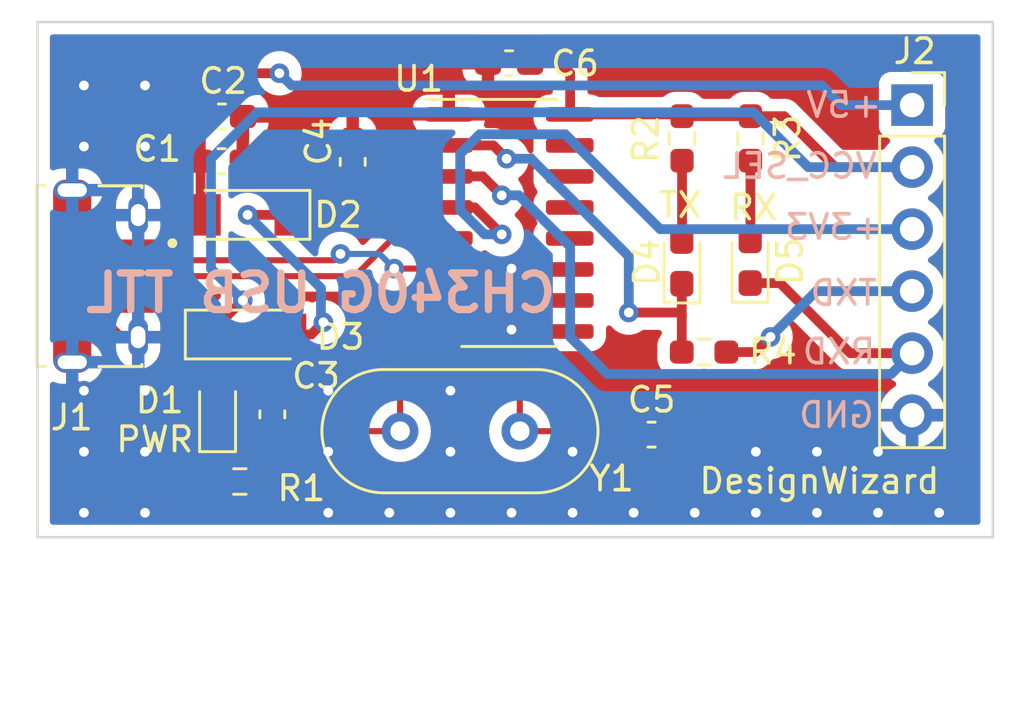
<source format=kicad_pcb>
(kicad_pcb (version 20211014) (generator pcbnew)
  (layers (0 "F.Cu" signal) (31 "B.Cu" signal) (34 "B.Paste" user) (35 "F.Paste" user) (36 "B.SilkS" user "B.Silkscreen") (37 "F.SilkS" user "F.Silkscreen") (38 "B.Mask" user) (39 "F.Mask" user) (44 "Edge.Cuts" user))
  (net 0 "")
  (net 1 "+5V")
  (net 2 "GND")
  (net 3 "Net-(C3-Pad1)")
  (net 4 "+3V3")
  (net 5 "Net-(C5-Pad1)")
  (net 6 "Net-(C6-Pad1)")
  (net 7 "Net-(D1-Pad1)")
  (net 8 "Net-(D2-Pad1)")
  (net 9 "Net-(D4-Pad1)")
  (net 10 "Net-(D4-Pad2)")
  (net 11 "Net-(D5-Pad1)")
  (net 12 "Net-(D5-Pad2)")
  (net 13 "Net-(J1-Pad2)")
  (net 14 "Net-(J1-Pad3)")
  (net 16 "Net-(J2-Pad4)")
  (footprint "LED_SMD:LED_0603_1608Metric_Pad1.05x0.95mm_HandSolder" (layer "F.Cu") (at 144.77 89.72 90)
    (fp_text reference "D5" (at 0.02 1.63 90) (layer "F.SilkS"))
    (fp_text value "GREN")
    (fp_line (start -1.66 0.735) (end 0.8 0.735) (layer "F.SilkS") (width 0.12))
    (fp_line (start 0.8 -0.735) (end -1.66 -0.735) (layer "F.SilkS") (width 0.12))
    (fp_line (start -1.66 -0.735) (end -1.66 0.735) (layer "F.SilkS") (width 0.12))
    (pad "1" smd roundrect (at -0.875 0 90) (size 1.05 0.95) (layers "F.Cu" "F.Paste" "F.Mask") (net 11 "Net-(D5-Pad1)"))
    (pad "2" smd roundrect (at 0.875 0 90) (size 1.05 0.95) (layers "F.Cu" "F.Paste" "F.Mask") (net 12 "Net-(D5-Pad2)"))
  )
  (footprint "Capacitor_SMD:C_0603_1608Metric_Pad1.08x0.95mm_HandSolder" (layer "F.Cu") (at 140.7325 96.8)
    (fp_text reference "C5" (at 0 -1.43) (layer "F.SilkS"))
    (fp_text value "22p")
    (fp_line (start -0.146267 -0.51) (end 0.146267 -0.51) (layer "F.SilkS") (width 0.12))
    (fp_line (start -0.146267 0.51) (end 0.146267 0.51) (layer "F.SilkS") (width 0.12))
    (pad "1" smd roundrect (at -0.8625 0) (size 1.075 0.95) (layers "F.Cu" "F.Paste" "F.Mask") (net 5 "Net-(C5-Pad1)"))
    (pad "2" smd roundrect (at 0.8625 0) (size 1.075 0.95) (layers "F.Cu" "F.Paste" "F.Mask") (net 2 "GND"))
  )
  (footprint "Resistor_SMD:R_0603_1608Metric_Pad0.98x0.95mm_HandSolder" (layer "F.Cu") (at 144.78 84.67 -90)
    (fp_text reference "R3" (at 0 -1.52 90) (layer "F.SilkS"))
    (fp_text value "1.5k")
    (fp_line (start -0.254724 0.5225) (end 0.254724 0.5225) (layer "F.SilkS") (width 0.12))
    (fp_line (start -0.254724 -0.5225) (end 0.254724 -0.5225) (layer "F.SilkS") (width 0.12))
    (pad "1" smd roundrect (at -0.9125 0 270) (size 0.975 0.95) (layers "F.Cu" "F.Paste" "F.Mask") (net 6 "Net-(C6-Pad1)"))
    (pad "2" smd roundrect (at 0.9125 0 270) (size 0.975 0.95) (layers "F.Cu" "F.Paste" "F.Mask") (net 12 "Net-(D5-Pad2)"))
  )
  (footprint "Capacitor_SMD:C_0603_1608Metric_Pad1.08x0.95mm_HandSolder" (layer "F.Cu") (at 134.9 81.59 180)
    (fp_text reference "C6" (at -2.7 -0.01) (layer "F.SilkS"))
    (fp_text value "100n")
    (fp_line (start -0.146267 -0.51) (end 0.146267 -0.51) (layer "F.SilkS") (width 0.12))
    (fp_line (start -0.146267 0.51) (end 0.146267 0.51) (layer "F.SilkS") (width 0.12))
    (pad "1" smd roundrect (at -0.8625 0 180) (size 1.075 0.95) (layers "F.Cu" "F.Paste" "F.Mask") (net 6 "Net-(C6-Pad1)"))
    (pad "2" smd roundrect (at 0.8625 0 180) (size 1.075 0.95) (layers "F.Cu" "F.Paste" "F.Mask") (net 2 "GND"))
  )
  (footprint "Crystal:Crystal_HC18-U_Vertical" (layer "F.Cu") (at 130.44 96.66)
    (fp_text reference "Y1" (at 8.66 1.94) (layer "F.SilkS"))
    (fp_text value "12MHz")
    (fp_line (start -0.675 -2.525) (end 5.575 -2.525) (layer "F.SilkS") (width 0.12))
    (fp_line (start -0.675 2.525) (end 5.575 2.525) (layer "F.SilkS") (width 0.12))
    (fp_arc (start -0.675 2.525) (mid -3.2 0) (end -0.675 -2.525) (layer "F.SilkS") (width 0.12))
    (fp_arc (start 5.575 -2.525) (mid 8.1 0) (end 5.575 2.525) (layer "F.SilkS") (width 0.12))
    (pad "1" thru_hole circle (at 0 0) (size 1.5 1.5) (drill 0.8) (layers *.Cu *.Mask) (net 3 "Net-(C3-Pad1)"))
    (pad "2" thru_hole circle (at 4.9 0) (size 1.5 1.5) (drill 0.8) (layers *.Cu *.Mask) (net 5 "Net-(C5-Pad1)"))
  )
  (footprint "Capacitor_SMD:C_0603_1608Metric_Pad1.08x0.95mm_HandSolder" (layer "F.Cu") (at 128.5 85.63 90)
    (fp_text reference "C4" (at 0.83 -1.4 90) (layer "F.SilkS"))
    (fp_text value "100n")
    (fp_line (start -0.146267 -0.51) (end 0.146267 -0.51) (layer "F.SilkS") (width 0.12))
    (fp_line (start -0.146267 0.51) (end 0.146267 0.51) (layer "F.SilkS") (width 0.12))
    (pad "1" smd roundrect (at -0.8625 0 90) (size 1.075 0.95) (layers "F.Cu" "F.Paste" "F.Mask") (net 4 "+3V3"))
    (pad "2" smd roundrect (at 0.8625 0 90) (size 1.075 0.95) (layers "F.Cu" "F.Paste" "F.Mask") (net 2 "GND"))
  )
  (footprint "Connector_PinSocket_2.54mm:PinSocket_1x06_P2.54mm_Vertical" (layer "F.Cu") (at 151.395 83.305)
    (fp_text reference "J2" (at 0.105 -2.205) (layer "F.SilkS"))
    (fp_text value "TTL OUT")
    (fp_line (start 0 -1.33) (end 1.33 -1.33) (layer "F.SilkS") (width 0.12))
    (fp_line (start 1.33 -1.33) (end 1.33 0) (layer "F.SilkS") (width 0.12))
    (fp_line (start -1.33 14.03) (end 1.33 14.03) (layer "F.SilkS") (width 0.12))
    (fp_line (start -1.33 1.27) (end -1.33 14.03) (layer "F.SilkS") (width 0.12))
    (fp_line (start -1.33 1.27) (end 1.33 1.27) (layer "F.SilkS") (width 0.12))
    (fp_line (start 1.33 1.27) (end 1.33 14.03) (layer "F.SilkS") (width 0.12))
    (pad "1" thru_hole rect (at 0 0) (size 1.7 1.7) (drill 1) (layers *.Cu *.Mask) (net 1 "+5V"))
    (pad "2" thru_hole oval (at 0 2.54) (size 1.7 1.7) (drill 1) (layers *.Cu *.Mask) (net 6 "Net-(C6-Pad1)"))
    (pad "3" thru_hole oval (at 0 5.08) (size 1.7 1.7) (drill 1) (layers *.Cu *.Mask) (net 4 "+3V3"))
    (pad "4" thru_hole oval (at 0 7.62) (size 1.7 1.7) (drill 1) (layers *.Cu *.Mask) (net 16 "Net-(J2-Pad4)"))
    (pad "5" thru_hole oval (at 0 10.16) (size 1.7 1.7) (drill 1) (layers *.Cu *.Mask) (net 11 "Net-(D5-Pad1)"))
    (pad "6" thru_hole oval (at 0 12.7) (size 1.7 1.7) (drill 1) (layers *.Cu *.Mask) (net 2 "GND"))
  )
  (footprint "Package_SO:SOIC-16_3.9x9.9mm_P1.27mm" (layer "F.Cu") (at 134.91 88.13)
    (fp_text reference "U1" (at -3.71 -5.9) (layer "F.SilkS"))
    (fp_text value "CH340G")
    (fp_line (start 0 -5.06) (end 1.95 -5.06) (layer "F.SilkS") (width 0.12))
    (fp_line (start 0 5.06) (end 1.95 5.06) (layer "F.SilkS") (width 0.12))
    (fp_line (start 0 -5.06) (end -3.45 -5.06) (layer "F.SilkS") (width 0.12))
    (fp_line (start 0 5.06) (end -1.95 5.06) (layer "F.SilkS") (width 0.12))
    (pad "1" smd roundrect (at -2.475 -4.445) (size 1.95 0.6) (layers "F.Cu" "F.Paste" "F.Mask") (net 2 "GND"))
    (pad "2" smd roundrect (at -2.475 -3.175) (size 1.95 0.6) (layers "F.Cu" "F.Paste" "F.Mask") (net 9 "Net-(D4-Pad1)"))
    (pad "3" smd roundrect (at -2.475 -1.905) (size 1.95 0.6) (layers "F.Cu" "F.Paste" "F.Mask") (net 11 "Net-(D5-Pad1)"))
    (pad "4" smd roundrect (at -2.475 -0.635) (size 1.95 0.6) (layers "F.Cu" "F.Paste" "F.Mask") (net 4 "+3V3"))
    (pad "5" smd roundrect (at -2.475 0.635) (size 1.95 0.6) (layers "F.Cu" "F.Paste" "F.Mask") (net 14 "Net-(J1-Pad3)"))
    (pad "6" smd roundrect (at -2.475 1.905) (size 1.95 0.6) (layers "F.Cu" "F.Paste" "F.Mask") (net 13 "Net-(J1-Pad2)"))
    (pad "7" smd roundrect (at -2.475 3.175) (size 1.95 0.6) (layers "F.Cu" "F.Paste" "F.Mask") (net 3 "Net-(C3-Pad1)"))
    (pad "8" smd roundrect (at -2.475 4.445) (size 1.95 0.6) (layers "F.Cu" "F.Paste" "F.Mask") (net 5 "Net-(C5-Pad1)"))
    (pad "9" smd roundrect (at 2.475 4.445) (size 1.95 0.6) (layers "F.Cu" "F.Paste" "F.Mask"))
    (pad "10" smd roundrect (at 2.475 3.175) (size 1.95 0.6) (layers "F.Cu" "F.Paste" "F.Mask"))
    (pad "11" smd roundrect (at 2.475 1.905) (size 1.95 0.6) (layers "F.Cu" "F.Paste" "F.Mask"))
    (pad "12" smd roundrect (at 2.475 0.635) (size 1.95 0.6) (layers "F.Cu" "F.Paste" "F.Mask"))
    (pad "13" smd roundrect (at 2.475 -0.635) (size 1.95 0.6) (layers "F.Cu" "F.Paste" "F.Mask"))
    (pad "14" smd roundrect (at 2.475 -1.905) (size 1.95 0.6) (layers "F.Cu" "F.Paste" "F.Mask"))
    (pad "15" smd roundrect (at 2.475 -3.175) (size 1.95 0.6) (layers "F.Cu" "F.Paste" "F.Mask"))
    (pad "16" smd roundrect (at 2.475 -4.445) (size 1.95 0.6) (layers "F.Cu" "F.Paste" "F.Mask") (net 6 "Net-(C6-Pad1)"))
  )
  (footprint "Resistor_SMD:R_0603_1608Metric_Pad0.98x0.95mm_HandSolder" (layer "F.Cu") (at 141.98 84.67 -90)
    (fp_text reference "R2" (at 0.03 1.48 90) (layer "F.SilkS"))
    (fp_text value "1.5k")
    (fp_line (start -0.254724 -0.5225) (end 0.254724 -0.5225) (layer "F.SilkS") (width 0.12))
    (fp_line (start -0.254724 0.5225) (end 0.254724 0.5225) (layer "F.SilkS") (width 0.12))
    (pad "1" smd roundrect (at -0.9125 0 270) (size 0.975 0.95) (layers "F.Cu" "F.Paste" "F.Mask") (net 6 "Net-(C6-Pad1)"))
    (pad "2" smd roundrect (at 0.9125 0 270) (size 0.975 0.95) (layers "F.Cu" "F.Paste" "F.Mask") (net 10 "Net-(D4-Pad2)"))
  )
  (footprint "Diode_SMD:D_MiniMELF" (layer "F.Cu") (at 124.2 92.7)
    (fp_text reference "D3" (at 3.8 0.1) (layer "F.SilkS"))
    (fp_text value "LL4148")
    (fp_line (start -2.55 -1) (end -2.55 1) (layer "F.SilkS") (width 0.12))
    (fp_line (start 1.75 -1) (end -2.55 -1) (layer "F.SilkS") (width 0.12))
    (fp_line (start -2.55 1) (end 1.75 1) (layer "F.SilkS") (width 0.12))
    (pad "1" smd rect (at -1.75 0) (size 1.3 1.7) (layers "F.Cu" "F.Paste" "F.Mask") (net 6 "Net-(C6-Pad1)"))
    (pad "2" smd rect (at 1.75 0) (size 1.3 1.7) (layers "F.Cu" "F.Paste" "F.Mask") (net 8 "Net-(D2-Pad1)"))
  )
  (footprint "Diode_SMD:D_MiniMELF" (layer "F.Cu") (at 124.2 87.8 180)
    (fp_text reference "D2" (at -3.7 0) (layer "F.SilkS"))
    (fp_text value "LL4148")
    (fp_line (start -2.55 -1) (end -2.55 1) (layer "F.SilkS") (width 0.12))
    (fp_line (start -2.55 1) (end 1.75 1) (layer "F.SilkS") (width 0.12))
    (fp_line (start 1.75 -1) (end -2.55 -1) (layer "F.SilkS") (width 0.12))
    (pad "1" smd rect (at -1.75 0 180) (size 1.3 1.7) (layers "F.Cu" "F.Paste" "F.Mask") (net 8 "Net-(D2-Pad1)"))
    (pad "2" smd rect (at 1.75 0 180) (size 1.3 1.7) (layers "F.Cu" "F.Paste" "F.Mask") (net 1 "+5V"))
  )
  (footprint "10118194-0001LF:AMPHENOL_10118194-0001LF" (layer "F.Cu") (at 117.02 90.31 -90)
    (fp_text reference "J1" (at 5.79 0.02 180) (layer "F.SilkS"))
    (fp_text value "10118194-0001LF")
    (fp_poly (pts (xy 2.3 -0.775) (xy 2.3 0.775) (xy 3.445 0.775) (xy 3.471 0.774) (xy 3.497 0.772) (xy 3.523 0.769) (xy 3.549 0.764) (xy 3.574 0.758) (xy 3.6 0.751) (xy 3.624 0.742) (xy 3.648 0.732) (xy 3.672 0.721) (xy 3.695 0.708) (xy 3.717 0.694) (xy 3.739 0.68) (xy 3.76 0.664) (xy 3.78 0.647) (xy 3.799 0.629) (xy 3.817 0.61) (xy 3.834 0.59) (xy 3.85 0.569) (xy 3.864 0.547) (xy 3.878 0.525) (xy 3.891 0.502) (xy 3.902 0.478) (xy 3.912 0.454) (xy 3.921 0.43) (xy 3.928 0.404) (xy 3.934 0.379) (xy 3.939 0.353) (xy 3.942 0.327) (xy 3.944 0.301) (xy 3.945 0.275) (xy 3.945 -0.275) (xy 3.944 -0.301) (xy 3.942 -0.327) (xy 3.939 -0.353) (xy 3.934 -0.379) (xy 3.928 -0.404) (xy 3.921 -0.43) (xy 3.912 -0.454) (xy 3.902 -0.478) (xy 3.891 -0.502) (xy 3.878 -0.525) (xy 3.864 -0.547) (xy 3.85 -0.569) (xy 3.834 -0.59) (xy 3.817 -0.61) (xy 3.799 -0.629) (xy 3.78 -0.647) (xy 3.76 -0.664) (xy 3.739 -0.68) (xy 3.717 -0.694) (xy 3.695 -0.708) (xy 3.672 -0.721) (xy 3.648 -0.732) (xy 3.624 -0.742) (xy 3.6 -0.751) (xy 3.574 -0.758) (xy 3.549 -0.764) (xy 3.523 -0.769) (xy 3.497 -0.772) (xy 3.471 -0.774) (xy 3.445 -0.775) (xy 2.3 -0.775)) (layer "F.Cu") (width 0.01) (fill solid))
    (fp_poly (pts (xy -2.3 -0.775) (xy -2.3 0.775) (xy -3.445 0.775) (xy -3.471 0.774) (xy -3.497 0.772) (xy -3.523 0.769) (xy -3.549 0.764) (xy -3.574 0.758) (xy -3.6 0.751) (xy -3.624 0.742) (xy -3.648 0.732) (xy -3.672 0.721) (xy -3.695 0.708) (xy -3.717 0.694) (xy -3.739 0.68) (xy -3.76 0.664) (xy -3.78 0.647) (xy -3.799 0.629) (xy -3.817 0.61) (xy -3.834 0.59) (xy -3.85 0.569) (xy -3.864 0.547) (xy -3.878 0.525) (xy -3.891 0.502) (xy -3.902 0.478) (xy -3.912 0.454) (xy -3.921 0.43) (xy -3.928 0.404) (xy -3.934 0.379) (xy -3.939 0.353) (xy -3.942 0.327) (xy -3.944 0.301) (xy -3.945 0.275) (xy -3.945 -0.275) (xy -3.944 -0.301) (xy -3.942 -0.327) (xy -3.939 -0.353) (xy -3.934 -0.379) (xy -3.928 -0.404) (xy -3.921 -0.43) (xy -3.912 -0.454) (xy -3.902 -0.478) (xy -3.891 -0.502) (xy -3.878 -0.525) (xy -3.864 -0.547) (xy -3.85 -0.569) (xy -3.834 -0.59) (xy -3.817 -0.61) (xy -3.799 -0.629) (xy -3.78 -0.647) (xy -3.76 -0.664) (xy -3.739 -0.68) (xy -3.717 -0.694) (xy -3.695 -0.708) (xy -3.672 -0.721) (xy -3.648 -0.732) (xy -3.624 -0.742) (xy -3.6 -0.751) (xy -3.574 -0.758) (xy -3.549 -0.764) (xy -3.523 -0.769) (xy -3.497 -0.772) (xy -3.471 -0.774) (xy -3.445 -0.775) (xy -2.3 -0.775)) (layer "F.Cu") (width 0.01) (fill solid))
    (fp_line (start -3.7 -2.85) (end -3.7 -1.095) (layer "F.SilkS") (width 0.127))
    (fp_line (start 3.7 -1.095) (end 3.7 -2.85) (layer "F.SilkS") (width 0.127))
    (fp_line (start 3.7 1.45) (end 3.7 1.095) (layer "F.SilkS") (width 0.127))
    (fp_line (start -3.7 1.45) (end -3.7 1.095) (layer "F.SilkS") (width 0.127))
    (fp_line (start -3.7 -2.85) (end -3.62 -2.85) (layer "F.SilkS") (width 0.127))
    (fp_line (start 3.62 -2.85) (end 3.7 -2.85) (layer "F.SilkS") (width 0.127))
    (fp_line (start -3.7 1.45) (end 3.7 1.45) (layer "F.SilkS") (width 0.127))
    (fp_circle (center -1.35 -4.1) (end -1.25 -4.1) (layer "F.SilkS") (width 0.2) (fill none))
    (pad "1" smd rect locked (at -1.3 -2.675 270) (size 0.4 1.35) (layers "F.Cu" "F.Paste" "F.Mask") (net 1 "+5V"))
    (pad "2" smd rect locked (at -0.65 -2.675 270) (size 0.4 1.35) (layers "F.Cu" "F.Paste" "F.Mask") (net 13 "Net-(J1-Pad2)"))
    (pad "3" smd rect locked (at 0 -2.675 270) (size 0.4 1.35) (layers "F.Cu" "F.Paste" "F.Mask") (net 14 "Net-(J1-Pad3)"))
    (pad "4" smd rect locked (at 0.65 -2.675 270) (size 0.4 1.35) (layers "F.Cu" "F.Paste" "F.Mask") (net 2 "GND"))
    (pad "5" smd rect locked (at 1.3 -2.675 270) (size 0.4 1.35) (layers "F.Cu" "F.Paste" "F.Mask"))
    (pad "S1" thru_hole oval locked (at -2.5 -2.7 270) (size 1.6 0.8) (drill oval 0.9 0.6) (layers *.Cu *.Mask) (net 2 "GND"))
    (pad "S2" thru_hole oval locked (at 2.5 -2.7 270) (size 1.6 0.8) (drill oval 0.9 0.6) (layers *.Cu *.Mask) (net 2 "GND"))
    (pad "S3" thru_hole oval locked (at -3.525 0 270) (size 0.75 1.5) (drill oval 0.55 1.2) (layers *.Cu *.Mask) (net 2 "GND"))
    (pad "S4" smd rect locked (at -1 0 270) (size 1.5 1.55) (layers "F.Cu" "F.Paste" "F.Mask") (net 2 "GND"))
    (pad "S5" smd rect locked (at 1 0 270) (size 1.5 1.55) (layers "F.Cu" "F.Paste" "F.Mask") (net 2 "GND"))
    (pad "S6" thru_hole oval locked (at 3.525 0 270) (size 0.75 1.5) (drill oval 0.55 1.2) (layers *.Cu *.Mask) (net 2 "GND"))
  )
  (footprint "Resistor_SMD:R_0603_1608Metric_Pad0.98x0.95mm_HandSolder" (layer "F.Cu") (at 123.88 98.72)
    (fp_text reference "R1" (at 2.52 0.28) (layer "F.SilkS"))
    (fp_text value "1.5k")
    (fp_line (start -0.254724 0.5225) (end 0.254724 0.5225) (layer "F.SilkS") (width 0.12))
    (fp_line (start -0.254724 -0.5225) (end 0.254724 -0.5225) (layer "F.SilkS") (width 0.12))
    (pad "1" smd roundrect (at -0.9125 0) (size 0.975 0.95) (layers "F.Cu" "F.Paste" "F.Mask") (net 7 "Net-(D1-Pad1)"))
    (pad "2" smd roundrect (at 0.9125 0) (size 0.975 0.95) (layers "F.Cu" "F.Paste" "F.Mask") (net 2 "GND"))
  )
  (footprint "Capacitor_SMD:C_0603_1608Metric_Pad1.08x0.95mm_HandSolder" (layer "F.Cu") (at 125.21 95.97 90)
    (fp_text reference "C3" (at 1.57 1.79 180) (layer "F.SilkS"))
    (fp_text value "22p")
    (fp_line (start -0.146267 0.51) (end 0.146267 0.51) (layer "F.SilkS") (width 0.12))
    (fp_line (start -0.146267 -0.51) (end 0.146267 -0.51) (layer "F.SilkS") (width 0.12))
    (pad "1" smd roundrect (at -0.8625 0 90) (size 1.075 0.95) (layers "F.Cu" "F.Paste" "F.Mask") (net 3 "Net-(C3-Pad1)"))
    (pad "2" smd roundrect (at 0.8625 0 90) (size 1.075 0.95) (layers "F.Cu" "F.Paste" "F.Mask") (net 2 "GND"))
  )
  (footprint "Capacitor_SMD:C_0603_1608Metric_Pad1.08x0.95mm_HandSolder" (layer "F.Cu") (at 123.1375 85.6)
    (fp_text reference "C1" (at -2.6375 -0.5) (layer "F.SilkS"))
    (fp_text value "10uF")
    (fp_line (start -0.146267 0.51) (end 0.146267 0.51) (layer "F.SilkS") (width 0.12))
    (fp_line (start -0.146267 -0.51) (end 0.146267 -0.51) (layer "F.SilkS") (width 0.12))
    (pad "1" smd roundrect (at -0.8625 0) (size 1.075 0.95) (layers "F.Cu" "F.Paste" "F.Mask") (net 1 "+5V"))
    (pad "2" smd roundrect (at 0.8625 0) (size 1.075 0.95) (layers "F.Cu" "F.Paste" "F.Mask") (net 2 "GND"))
  )
  (footprint "LED_SMD:LED_0603_1608Metric_Pad1.05x0.95mm_HandSolder" (layer "F.Cu") (at 122.97 95.84 90)
    (fp_text reference "D1" (at 0.44 -2.37 180) (layer "F.SilkS"))
    (fp_text value "RED")
    (fp_line (start -1.66 -0.735) (end -1.66 0.735) (layer "F.SilkS") (width 0.12))
    (fp_line (start -1.66 0.735) (end 0.8 0.735) (layer "F.SilkS") (width 0.12))
    (fp_line (start 0.8 -0.735) (end -1.66 -0.735) (layer "F.SilkS") (width 0.12))
    (pad "1" smd roundrect (at -0.875 0 90) (size 1.05 0.95) (layers "F.Cu" "F.Paste" "F.Mask") (net 7 "Net-(D1-Pad1)"))
    (pad "2" smd roundrect (at 0.875 0 90) (size 1.05 0.95) (layers "F.Cu" "F.Paste" "F.Mask") (net 6 "Net-(C6-Pad1)"))
  )
  (footprint "Capacitor_SMD:C_0603_1608Metric_Pad1.08x0.95mm_HandSolder" (layer "F.Cu") (at 123.1475 83.77)
    (fp_text reference "C2" (at 0.0525 -1.45) (layer "F.SilkS"))
    (fp_text value "100n")
    (fp_line (start -0.146267 -0.51) (end 0.146267 -0.51) (layer "F.SilkS") (width 0.12))
    (fp_line (start -0.146267 0.51) (end 0.146267 0.51) (layer "F.SilkS") (width 0.12))
    (pad "1" smd roundrect (at -0.8625 0) (size 1.075 0.95) (layers "F.Cu" "F.Paste" "F.Mask") (net 1 "+5V"))
    (pad "2" smd roundrect (at 0.8625 0) (size 1.075 0.95) (layers "F.Cu" "F.Paste" "F.Mask") (net 2 "GND"))
  )
  (footprint "Resistor_SMD:R_0603_1608Metric_Pad0.98x0.95mm_HandSolder" (layer "F.Cu") (at 142.88 93.42)
    (fp_text reference "R4" (at 2.82 -0.02) (layer "F.SilkS"))
    (fp_text value "1.5k")
    (fp_line (start -0.254724 0.5225) (end 0.254724 0.5225) (layer "F.SilkS") (width 0.12))
    (fp_line (start -0.254724 -0.5225) (end 0.254724 -0.5225) (layer "F.SilkS") (width 0.12))
    (pad "1" smd roundrect (at -0.9125 0) (size 0.975 0.95) (layers "F.Cu" "F.Paste" "F.Mask") (net 9 "Net-(D4-Pad1)"))
    (pad "2" smd roundrect (at 0.9125 0) (size 0.975 0.95) (layers "F.Cu" "F.Paste" "F.Mask") (net 16 "Net-(J2-Pad4)"))
  )
  (footprint "LED_SMD:LED_0603_1608Metric_Pad1.05x0.95mm_HandSolder" (layer "F.Cu") (at 141.97 89.7475 90)
    (fp_text reference "D4" (at 0 -1.43 90) (layer "F.SilkS"))
    (fp_text value "AMBR")
    (fp_line (start -1.66 -0.735) (end -1.66 0.735) (layer "F.SilkS") (width 0.12))
    (fp_line (start 0.8 -0.735) (end -1.66 -0.735) (layer "F.SilkS") (width 0.12))
    (fp_line (start -1.66 0.735) (end 0.8 0.735) (layer "F.SilkS") (width 0.12))
    (pad "1" smd roundrect (at -0.875 0 90) (size 1.05 0.95) (layers "F.Cu" "F.Paste" "F.Mask") (net 9 "Net-(D4-Pad1)"))
    (pad "2" smd roundrect (at 0.875 0 90) (size 1.05 0.95) (layers "F.Cu" "F.Paste" "F.Mask") (net 10 "Net-(D4-Pad2)"))
  )
  (gr_line (start 115.6 79.9) (end 154.7 79.9) (layer "Edge.Cuts") (width 0.1))
  (gr_line (start 154.7 79.9) (end 154.7 101) (layer "Edge.Cuts") (width 0.1))
  (gr_line (start 115.6 101) (end 115.6 79.9) (layer "Edge.Cuts") (width 0.1))
  (gr_line (start 154.7 101) (end 115.6 101) (layer "Edge.Cuts") (width 0.1))
  (gr_text "VCC_SEL" (at 146.8 85.8) (layer "B.SilkS") (effects (font (size 1 1)) (justify mirror)))
  (gr_text "+5V" (at 148.6 83.3) (layer "B.SilkS") (effects (font (size 1 1)) (justify mirror)))
  (gr_text "+3V3" (at 148.2 88.3) (layer "B.SilkS") (effects (font (size 1 1)) (justify mirror)))
  (gr_text "GND" (at 148.3 96) (layer "B.SilkS") (effects (font (size 1 1)) (justify mirror)))
  (gr_text "TXD" (at 148.6 91) (layer "B.SilkS") (effects (font (size 1 1)) (justify mirror)))
  (gr_text "CH340G USB TTL" (at 127.2 91) (layer "B.SilkS") (effects (font (size 1.5 1.5) (thickness 0.3)) (justify mirror)))
  (gr_text "RXD" (at 148.4 93.4) (layer "B.SilkS") (effects (font (size 1 1)) (justify mirror)))
  (gr_text "TX" (at 141.9 87.4) (layer "F.SilkS") (effects (font (size 1 1))))
  (gr_text "PWR" (at 120.4 97) (layer "F.SilkS") (effects (font (size 1 1))))
  (gr_text "DesignWizard" (at 147.6 98.7) (layer "F.SilkS") (effects (font (size 1 1))))
  (gr_text "RX" (at 144.9 87.5) (layer "F.SilkS") (effects (font (size 1 1))))
  (segment (start 122.275 87.625) (end 122.45 87.8) (width 0.4) (layer "F.Cu") (net 1))
  (segment (start 122.285 83.77) (end 122.285 83.015) (width 0.4) (layer "F.Cu") (net 1))
  (segment (start 122.285 85.59) (end 122.275 85.6) (width 0.4) (layer "F.Cu") (net 1))
  (segment (start 121.24 89.01) (end 122.45 87.8) (width 0.4) (layer "F.Cu") (net 1))
  (segment (start 123.3 82) (end 125.5 82) (width 0.4) (layer "F.Cu") (net 1))
  (segment (start 123.1 82.2) (end 123.3 82) (width 0.4) (layer "F.Cu") (net 1))
  (segment (start 122.275 85.6) (end 122.275 87.625) (width 0.4) (layer "F.Cu") (net 1))
  (segment (start 119.695 89.01) (end 121.24 89.01) (width 0.4) (layer "F.Cu") (net 1))
  (segment (start 122.285 83.015) (end 123.1 82.2) (width 0.4) (layer "F.Cu") (net 1))
  (segment (start 122.285 83.77) (end 122.285 85.59) (width 0.4) (layer "F.Cu") (net 1))
  (via (at 125.5 82) (size 0.8) (drill 0.4) (layers "F.Cu" "B.Cu") (net 1))
  (segment (start 126 82.5) (end 147.7 82.5) (width 0.4) (layer "B.Cu") (net 1))
  (segment (start 148.505 83.305) (end 151.395 83.305) (width 0.4) (layer "B.Cu") (net 1))
  (segment (start 147.7 82.5) (end 148.505 83.305) (width 0.4) (layer "B.Cu") (net 1))
  (segment (start 125.5 82) (end 126 82.5) (width 0.4) (layer "B.Cu") (net 1))
  (segment (start 117.02 93.835) (end 117.02 94.52) (width 0.25) (layer "F.Cu") (net 2))
  (segment (start 118.52 87.81) (end 119.72 87.81) (width 0.25) (layer "F.Cu") (net 2))
  (segment (start 117.37 90.96) (end 117.02 91.31) (width 0.25) (layer "F.Cu") (net 2))
  (segment (start 119.695 90.96) (end 117.37 90.96) (width 0.25) (layer "F.Cu") (net 2))
  (segment (start 119.72 92.81) (end 119.72 94.72) (width 0.25) (layer "F.Cu") (net 2))
  (segment (start 119.72 94.72) (end 120 95) (width 0.25) (layer "F.Cu") (net 2))
  (segment (start 117.02 91.31) (end 117.61 91.31) (width 0.25) (layer "F.Cu") (net 2))
  (segment (start 117.02 94.52) (end 117.5 95) (width 0.25) (layer "F.Cu") (net 2))
  (segment (start 117.61 91.31) (end 119.11 92.81) (width 0.25) (layer "F.Cu") (net 2))
  (segment (start 117.02 89.31) (end 118.52 87.81) (width 0.25) (layer "F.Cu") (net 2))
  (segment (start 119.11 92.81) (end 119.72 92.81) (width 0.25) (layer "F.Cu") (net 2))
  (via (at 117.5 85) (size 0.8) (drill 0.4) (layers "F.Cu" "B.Cu") (net 2))
  (via (at 135 92.5) (size 0.8) (drill 0.4) (layers "F.Cu" "B.Cu") (net 2))
  (via (at 140 100) (size 0.8) (drill 0.4) (layers "F.Cu" "B.Cu") (net 2))
  (via (at 135 90) (size 0.8) (drill 0.4) (layers "F.Cu" "B.Cu") (net 2))
  (via (at 120 82.5) (size 0.8) (drill 0.4) (layers "F.Cu" "B.Cu") (net 2))
  (via (at 120 97.5) (size 0.8) (drill 0.4) (layers "F.Cu" "B.Cu") (net 2))
  (via (at 137.5 100) (size 0.8) (drill 0.4) (layers "F.Cu" "B.Cu") (net 2))
  (via (at 117.5 100) (size 0.8) (drill 0.4) (layers "F.Cu" "B.Cu") (net 2))
  (via (at 120 100) (size 0.8) (drill 0.4) (layers "F.Cu" "B.Cu") (net 2))
  (via (at 120 95) (size 0.8) (drill 0.4) (layers "F.Cu" "B.Cu") (net 2))
  (via (at 135 100) (size 0.8) (drill 0.4) (layers "F.Cu" "B.Cu") (net 2))
  (via (at 120 85) (size 0.8) (drill 0.4) (layers "F.Cu" "B.Cu") (net 2))
  (via (at 147.5 97.5) (size 0.8) (drill 0.4) (layers "F.Cu" "B.Cu") (net 2))
  (via (at 152.5 100) (size 0.8) (drill 0.4) (layers "F.Cu" "B.Cu") (net 2))
  (via (at 127.5 100) (size 0.8) (drill 0.4) (layers "F.Cu" "B.Cu") (net 2))
  (via (at 150 100) (size 0.8) (drill 0.4) (layers "F.Cu" "B.Cu") (net 2))
  (via (at 147.5 100) (size 0.8) (drill 0.4) (layers "F.Cu" "B.Cu") (net 2))
  (via (at 132.5 100) (size 0.8) (drill 0.4) (layers "F.Cu" "B.Cu") (net 2))
  (via (at 145 97.5) (size 0.8) (drill 0.4) (layers "F.Cu" "B.Cu") (net 2))
  (via (at 127.5 95) (size 0.8) (drill 0.4) (layers "F.Cu" "B.Cu") (net 2))
  (via (at 132.5 95) (size 0.8) (drill 0.4) (layers "F.Cu" "B.Cu") (net 2))
  (via (at 117.5 97.5) (size 0.8) (drill 0.4) (layers "F.Cu" "B.Cu") (net 2))
  (via (at 150 97.5) (size 0.8) (drill 0.4) (layers "F.Cu" "B.Cu") (net 2))
  (via (at 117.5 95) (size 0.8) (drill 0.4) (layers "F.Cu" "B.Cu") (net 2))
  (via (at 117.5 82.5) (size 0.8) (drill 0.4) (layers "F.Cu" "B.Cu") (net 2))
  (via (at 142.5 100) (size 0.8) (drill 0.4) (layers "F.Cu" "B.Cu") (net 2))
  (via (at 127.5 97.5) (size 0.8) (drill 0.4) (layers "F.Cu" "B.Cu") (net 2))
  (via (at 137.5 97.5) (size 0.8) (drill 0.4) (layers "F.Cu" "B.Cu") (net 2))
  (via (at 130 100) (size 0.8) (drill 0.4) (layers "F.Cu" "B.Cu") (net 2))
  (via (at 132.5 97.5) (size 0.8) (drill 0.4) (layers "F.Cu" "B.Cu") (net 2))
  (via (at 145 100) (size 0.8) (drill 0.4) (layers "F.Cu" "B.Cu") (net 2))
  (segment (start 132.435 91.305) (end 131.495 91.305) (width 0.25) (layer "F.Cu") (net 3))
  (segment (start 125.3825 96.66) (end 125.21 96.8325) (width 0.25) (layer "F.Cu") (net 3))
  (segment (start 130.44 92.36) (end 130.44 96.66) (width 0.25) (layer "F.Cu") (net 3))
  (segment (start 131.495 91.305) (end 130.44 92.36) (width 0.25) (layer "F.Cu") (net 3))
  (segment (start 130.44 96.66) (end 125.3825 96.66) (width 0.25) (layer "F.Cu") (net 3))
  (segment (start 133.495 87.495) (end 134.6 88.6) (width 0.4) (layer "F.Cu") (net 4))
  (segment (start 128.9925 86.4925) (end 130 87.5) (width 0.4) (layer "F.Cu") (net 4))
  (segment (start 132.43 87.5) (end 132.435 87.495) (width 0.4) (layer "F.Cu") (net 4))
  (segment (start 130 87.5) (end 132.43 87.5) (width 0.4) (layer "F.Cu") (net 4))
  (segment (start 132.435 87.495) (end 133.495 87.495) (width 0.4) (layer "F.Cu") (net 4))
  (segment (start 128.5 86.4925) (end 128.9925 86.4925) (width 0.4) (layer "F.Cu") (net 4))
  (via (at 134.6 88.6) (size 0.8) (drill 0.4) (layers "F.Cu" "B.Cu") (net 4))
  (segment (start 137.2 84.5) (end 141.085 88.385) (width 0.4) (layer "B.Cu") (net 4))
  (segment (start 141.085 88.385) (end 151.395 88.385) (width 0.4) (layer "B.Cu") (net 4))
  (segment (start 134.6 88.6) (end 133.9 88.6) (width 0.4) (layer "B.Cu") (net 4))
  (segment (start 132.9 85.3) (end 133.7 84.5) (width 0.4) (layer "B.Cu") (net 4))
  (segment (start 132.9 87.6) (end 132.9 85.3) (width 0.4) (layer "B.Cu") (net 4))
  (segment (start 133.9 88.6) (end 132.9 87.6) (width 0.4) (layer "B.Cu") (net 4))
  (segment (start 133.7 84.5) (end 137.2 84.5) (width 0.4) (layer "B.Cu") (net 4))
  (segment (start 132.975 92.575) (end 135.34 94.94) (width 0.25) (layer "F.Cu") (net 5))
  (segment (start 139.73 96.66) (end 139.87 96.8) (width 0.25) (layer "F.Cu") (net 5))
  (segment (start 135.34 94.94) (end 135.34 96.66) (width 0.25) (layer "F.Cu") (net 5))
  (segment (start 135.34 96.66) (end 139.73 96.66) (width 0.25) (layer "F.Cu") (net 5))
  (segment (start 132.435 92.575) (end 132.975 92.575) (width 0.25) (layer "F.Cu") (net 5))
  (segment (start 148.245 85.845) (end 151.395 85.845) (width 0.4) (layer "F.Cu") (net 6))
  (segment (start 137.4 82) (end 137.4 83.67) (width 0.4) (layer "F.Cu") (net 6))
  (segment (start 122.45 92.7) (end 122.45 94.445) (width 0.4) (layer "F.Cu") (net 6))
  (segment (start 144.78 83.7575) (end 146.1575 83.7575) (width 0.4) (layer "F.Cu") (net 6))
  (segment (start 141.9075 83.685) (end 141.98 83.7575) (width 0.4) (layer "F.Cu") (net 6))
  (segment (start 137.4 83.67) (end 137.385 83.685) (width 0.4) (layer "F.Cu") (net 6))
  (segment (start 135.7625 81.59) (end 136.99 81.59) (width 0.4) (layer "F.Cu") (net 6))
  (segment (start 122.6 92.7) (end 124 91.3) (width 0.4) (layer "F.Cu") (net 6))
  (segment (start 122.45 94.445) (end 122.97 94.965) (width 0.4) (layer "F.Cu") (net 6))
  (segment (start 122.45 92.7) (end 122.6 92.7) (width 0.4) (layer "F.Cu") (net 6))
  (segment (start 141.98 83.7575) (end 144.78 83.7575) (width 0.4) (layer "F.Cu") (net 6))
  (segment (start 146.1575 83.7575) (end 148.245 85.845) (width 0.4) (layer "F.Cu") (net 6))
  (segment (start 137.385 83.685) (end 141.9075 83.685) (width 0.4) (layer "F.Cu") (net 6))
  (segment (start 136.99 81.59) (end 137.4 82) (width 0.4) (layer "F.Cu") (net 6))
  (via (at 124 91.3) (size 0.8) (drill 0.4) (layers "F.Cu" "B.Cu") (net 6))
  (segment (start 124.6 83.6) (end 144.9 83.6) (width 0.4) (layer "B.Cu") (net 6))
  (segment (start 124 91.3) (end 122.7 90) (width 0.4) (layer "B.Cu") (net 6))
  (segment (start 122.7 90) (end 122.7 85.5) (width 0.4) (layer "B.Cu") (net 6))
  (segment (start 122.7 85.5) (end 124.6 83.6) (width 0.4) (layer "B.Cu") (net 6))
  (segment (start 144.9 83.6) (end 147.145 85.845) (width 0.4) (layer "B.Cu") (net 6))
  (segment (start 147.145 85.845) (end 151.395 85.845) (width 0.4) (layer "B.Cu") (net 6))
  (segment (start 122.9675 98.72) (end 122.9675 96.7175) (width 0.4) (layer "F.Cu") (net 7))
  (segment (start 122.9675 96.7175) (end 122.97 96.715) (width 0.4) (layer "F.Cu") (net 7))
  (segment (start 124.2 87.8) (end 125.95 87.8) (width 0.4) (layer "F.Cu") (net 8))
  (segment (start 126.8 92.7) (end 127.3 92.2) (width 0.4) (layer "F.Cu") (net 8))
  (segment (start 125.95 92.7) (end 126.8 92.7) (width 0.4) (layer "F.Cu") (net 8))
  (via (at 127.3 92.2) (size 0.8) (drill 0.4) (layers "F.Cu" "B.Cu") (net 8))
  (via (at 124.2 87.8) (size 0.8) (drill 0.4) (layers "F.Cu" "B.Cu") (net 8))
  (segment (start 127.3 92.2) (end 127.200489 92.100489) (width 0.4) (layer "B.Cu") (net 8))
  (segment (start 127.200489 92.100489) (end 127.200489 90.800489) (width 0.4) (layer "B.Cu") (net 8))
  (segment (start 127.200489 90.800489) (end 124.2 87.8) (width 0.4) (layer "B.Cu") (net 8))
  (segment (start 139.8 91.8) (end 141.84 91.8) (width 0.4) (layer "F.Cu") (net 9))
  (segment (start 141.97 93.4175) (end 141.9675 93.42) (width 0.4) (layer "F.Cu") (net 9))
  (segment (start 141.97 90.6225) (end 141.97 91.93) (width 0.4) (layer "F.Cu") (net 9))
  (segment (start 141.84 91.8) (end 141.97 91.93) (width 0.4) (layer "F.Cu") (net 9))
  (segment (start 134.255 84.955) (end 134.8 85.5) (width 0.4) (layer "F.Cu") (net 9))
  (segment (start 141.97 91.93) (end 141.97 93.4175) (width 0.4) (layer "F.Cu") (net 9))
  (segment (start 132.435 84.955) (end 134.255 84.955) (width 0.4) (layer "F.Cu") (net 9))
  (via (at 134.8 85.5) (size 0.8) (drill 0.4) (layers "F.Cu" "B.Cu") (net 9))
  (via (at 139.8 91.8) (size 0.8) (drill 0.4) (layers "F.Cu" "B.Cu") (net 9))
  (segment (start 134.8 85.5) (end 135.8 85.5) (width 0.4) (layer "B.Cu") (net 9))
  (segment (start 139.8 89.5) (end 139.8 91.8) (width 0.4) (layer "B.Cu") (net 9))
  (segment (start 135.8 85.5) (end 139.8 89.5) (width 0.4) (layer "B.Cu") (net 9))
  (segment (start 141.98 88.8625) (end 141.97 88.8725) (width 0.4) (layer "F.Cu") (net 10))
  (segment (start 141.98 85.5825) (end 141.98 88.8625) (width 0.4) (layer "F.Cu") (net 10))
  (segment (start 148.865 93.465) (end 151.395 93.465) (width 0.4) (layer "F.Cu") (net 11))
  (segment (start 145.995 90.595) (end 148.865 93.465) (width 0.4) (layer "F.Cu") (net 11))
  (segment (start 132.435 86.225) (end 133.825 86.225) (width 0.4) (layer "F.Cu") (net 11))
  (segment (start 133.825 86.225) (end 134.6 87) (width 0.4) (layer "F.Cu") (net 11))
  (segment (start 144.77 90.595) (end 145.995 90.595) (width 0.4) (layer "F.Cu") (net 11))
  (via (at 134.6 87) (size 0.8) (drill 0.4) (layers "F.Cu" "B.Cu") (net 11))
  (segment (start 134.6 87) (end 135.3 87) (width 0.4) (layer "B.Cu") (net 11))
  (segment (start 138.915 94.315) (end 150.545 94.315) (width 0.4) (layer "B.Cu") (net 11))
  (segment (start 150.545 94.315) (end 151.395 93.465) (width 0.4) (layer "B.Cu") (net 11))
  (segment (start 137.4 92.8) (end 138.915 94.315) (width 0.4) (layer "B.Cu") (net 11))
  (segment (start 137.4 89.1) (end 137.4 92.8) (width 0.4) (layer "B.Cu") (net 11))
  (segment (start 135.3 87) (end 137.4 89.1) (width 0.4) (layer "B.Cu") (net 11))
  (segment (start 144.78 85.5825) (end 144.78 88.835) (width 0.4) (layer "F.Cu") (net 12))
  (segment (start 144.78 88.835) (end 144.77 88.845) (width 0.4) (layer "F.Cu") (net 12))
  (segment (start 127.74 89.66) (end 128 89.4) (width 0.25) (layer "F.Cu") (net 13))
  (segment (start 132.4 90) (end 132.435 90.035) (width 0.25) (layer "F.Cu") (net 13))
  (segment (start 130.2 90) (end 132.4 90) (width 0.25) (layer "F.Cu") (net 13))
  (segment (start 119.695 89.66) (end 127.74 89.66) (width 0.25) (layer "F.Cu") (net 13))
  (via (at 128 89.4) (size 0.8) (drill 0.4) (layers "F.Cu" "B.Cu") (net 13))
  (via (at 130.2 90) (size 0.8) (drill 0.4) (layers "F.Cu" "B.Cu") (net 13))
  (segment (start 129.6 89.4) (end 130.2 90) (width 0.25) (layer "B.Cu") (net 13))
  (segment (start 128 89.4) (end 129.6 89.4) (width 0.25) (layer "B.Cu") (net 13))
  (segment (start 128.59 90.31) (end 130.135 88.765) (width 0.25) (layer "F.Cu") (net 14))
  (segment (start 119.695 90.31) (end 128.59 90.31) (width 0.25) (layer "F.Cu") (net 14))
  (segment (start 130.135 88.765) (end 132.435 88.765) (width 0.25) (layer "F.Cu") (net 14))
  (segment (start 143.7925 93.42) (end 144.98 93.42) (width 0.4) (layer "F.Cu") (net 16))
  (segment (start 144.98 93.42) (end 145.6 92.8) (width 0.4) (layer "F.Cu") (net 16))
  (via (at 145.6 92.8) (size 0.8) (drill 0.4) (layers "F.Cu" "B.Cu") (net 16))
  (segment (start 147.475 90.925) (end 151.395 90.925) (width 0.4) (layer "B.Cu") (net 16))
  (segment (start 145.6 92.8) (end 147.475 90.925) (width 0.4) (layer "B.Cu") (net 16))
  (zone (net 2) (net_name "GND") (layers F&B.Cu) (connect_pads (clearance 0.508)) (min_thickness 0.254) (fill yes (thermal_gap 0.508) (thermal_bridge_width 0.508))
    (polygon (pts (xy 156 102) (xy 115 102) (xy 115 79) (xy 156 79)))
  )
)
</source>
